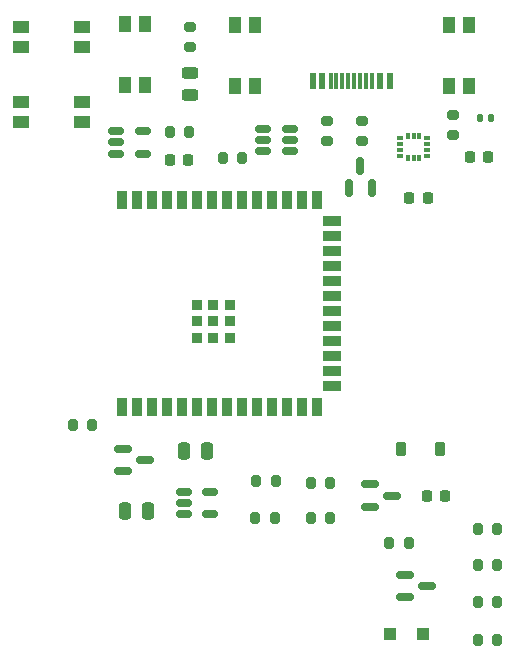
<source format=gbr>
%TF.GenerationSoftware,KiCad,Pcbnew,9.0.1*%
%TF.CreationDate,2025-05-18T16:35:05-05:00*%
%TF.ProjectId,OM-60-Rigid-PCB,4f4d2d36-302d-4526-9967-69642d504342,rev?*%
%TF.SameCoordinates,Original*%
%TF.FileFunction,Paste,Top*%
%TF.FilePolarity,Positive*%
%FSLAX46Y46*%
G04 Gerber Fmt 4.6, Leading zero omitted, Abs format (unit mm)*
G04 Created by KiCad (PCBNEW 9.0.1) date 2025-05-18 16:35:05*
%MOMM*%
%LPD*%
G01*
G04 APERTURE LIST*
G04 Aperture macros list*
%AMRoundRect*
0 Rectangle with rounded corners*
0 $1 Rounding radius*
0 $2 $3 $4 $5 $6 $7 $8 $9 X,Y pos of 4 corners*
0 Add a 4 corners polygon primitive as box body*
4,1,4,$2,$3,$4,$5,$6,$7,$8,$9,$2,$3,0*
0 Add four circle primitives for the rounded corners*
1,1,$1+$1,$2,$3*
1,1,$1+$1,$4,$5*
1,1,$1+$1,$6,$7*
1,1,$1+$1,$8,$9*
0 Add four rect primitives between the rounded corners*
20,1,$1+$1,$2,$3,$4,$5,0*
20,1,$1+$1,$4,$5,$6,$7,0*
20,1,$1+$1,$6,$7,$8,$9,0*
20,1,$1+$1,$8,$9,$2,$3,0*%
G04 Aperture macros list end*
%ADD10R,0.600000X0.300000*%
%ADD11R,0.300000X0.600000*%
%ADD12RoundRect,0.200000X-0.200000X-0.275000X0.200000X-0.275000X0.200000X0.275000X-0.200000X0.275000X0*%
%ADD13R,1.450000X1.000000*%
%ADD14R,1.000000X1.450000*%
%ADD15RoundRect,0.150000X-0.512500X-0.150000X0.512500X-0.150000X0.512500X0.150000X-0.512500X0.150000X0*%
%ADD16RoundRect,0.200000X0.275000X-0.200000X0.275000X0.200000X-0.275000X0.200000X-0.275000X-0.200000X0*%
%ADD17RoundRect,0.200000X-0.275000X0.200000X-0.275000X-0.200000X0.275000X-0.200000X0.275000X0.200000X0*%
%ADD18RoundRect,0.150000X0.150000X-0.587500X0.150000X0.587500X-0.150000X0.587500X-0.150000X-0.587500X0*%
%ADD19RoundRect,0.150000X-0.587500X-0.150000X0.587500X-0.150000X0.587500X0.150000X-0.587500X0.150000X0*%
%ADD20R,0.600000X1.450000*%
%ADD21R,0.300000X1.450000*%
%ADD22RoundRect,0.225000X-0.225000X-0.375000X0.225000X-0.375000X0.225000X0.375000X-0.225000X0.375000X0*%
%ADD23RoundRect,0.243750X0.456250X-0.243750X0.456250X0.243750X-0.456250X0.243750X-0.456250X-0.243750X0*%
%ADD24RoundRect,0.250000X-0.300000X-0.300000X0.300000X-0.300000X0.300000X0.300000X-0.300000X0.300000X0*%
%ADD25RoundRect,0.225000X-0.225000X-0.250000X0.225000X-0.250000X0.225000X0.250000X-0.225000X0.250000X0*%
%ADD26RoundRect,0.225000X0.225000X0.250000X-0.225000X0.250000X-0.225000X-0.250000X0.225000X-0.250000X0*%
%ADD27RoundRect,0.250000X0.250000X0.475000X-0.250000X0.475000X-0.250000X-0.475000X0.250000X-0.475000X0*%
%ADD28RoundRect,0.250000X-0.250000X-0.475000X0.250000X-0.475000X0.250000X0.475000X-0.250000X0.475000X0*%
%ADD29RoundRect,0.140000X-0.140000X-0.170000X0.140000X-0.170000X0.140000X0.170000X-0.140000X0.170000X0*%
%ADD30R,0.812800X1.498600*%
%ADD31R,1.498600X0.812800*%
%ADD32R,0.889000X0.889000*%
G04 APERTURE END LIST*
D10*
%TO.C,IC1*%
X147150000Y-71150000D03*
X147150000Y-71650000D03*
X147150000Y-72150000D03*
X147150000Y-72650000D03*
D11*
X147800000Y-72800000D03*
X148300000Y-72800000D03*
X148800000Y-72800000D03*
D10*
X149450000Y-72650000D03*
X149450000Y-72150000D03*
X149450000Y-71650000D03*
X149450000Y-71150000D03*
D11*
X148800000Y-71000000D03*
X148300000Y-71000000D03*
X147800000Y-71000000D03*
%TD*%
D12*
%TO.C,R16*%
X119450000Y-95400000D03*
X121100000Y-95400000D03*
%TD*%
D13*
%TO.C,SELECT1*%
X115050000Y-69800000D03*
X115050000Y-68100000D03*
X120200000Y-69800000D03*
X120200000Y-68100000D03*
%TD*%
D14*
%TO.C,SW_RST1*%
X133200000Y-61600000D03*
X134900000Y-61600000D03*
X133200000Y-66750000D03*
X134900000Y-66750000D03*
%TD*%
%TO.C,SW_PWR1*%
X123900000Y-61500000D03*
X125600000Y-61500000D03*
X123900000Y-66650000D03*
X125600000Y-66650000D03*
%TD*%
D13*
%TO.C,MENU1*%
X115050000Y-63400000D03*
X115050000Y-61700000D03*
X120200000Y-63400000D03*
X120200000Y-61700000D03*
%TD*%
D14*
%TO.C,BOOT1*%
X151300000Y-61600000D03*
X153000000Y-61600000D03*
X151300000Y-66750000D03*
X153000000Y-66750000D03*
%TD*%
D15*
%TO.C,U4*%
X123100000Y-70550000D03*
X123100000Y-71500000D03*
X123100000Y-72450000D03*
X125375000Y-72450000D03*
X125375000Y-70550000D03*
%TD*%
%TO.C,U3*%
X128825000Y-101100000D03*
X128825000Y-102050000D03*
X128825000Y-103000000D03*
X131100000Y-103000000D03*
X131100000Y-101100000D03*
%TD*%
D12*
%TO.C,R15*%
X153750000Y-113600000D03*
X155400000Y-113600000D03*
%TD*%
%TO.C,R14*%
X153750000Y-110400000D03*
X155400000Y-110400000D03*
%TD*%
%TO.C,R13*%
X153750000Y-107300000D03*
X155400000Y-107300000D03*
%TD*%
%TO.C,R12*%
X153750000Y-104200000D03*
X155400000Y-104200000D03*
%TD*%
%TO.C,R11*%
X139600000Y-103300000D03*
X141250000Y-103300000D03*
%TD*%
%TO.C,R10*%
X139600000Y-100300000D03*
X141250000Y-100300000D03*
%TD*%
%TO.C,R9*%
X146250000Y-105400000D03*
X147900000Y-105400000D03*
%TD*%
%TO.C,R8*%
X134900000Y-103300000D03*
X136550000Y-103300000D03*
%TD*%
%TO.C,R7*%
X135000000Y-100200000D03*
X136650000Y-100200000D03*
%TD*%
D16*
%TO.C,R6*%
X151600000Y-70850000D03*
X151600000Y-69200000D03*
%TD*%
D17*
%TO.C,R5*%
X129400000Y-61750000D03*
X129400000Y-63400000D03*
%TD*%
D12*
%TO.C,R4*%
X127650000Y-70600000D03*
X129300000Y-70600000D03*
%TD*%
%TO.C,R3*%
X132150000Y-72860000D03*
X133800000Y-72860000D03*
%TD*%
D17*
%TO.C,R2*%
X143900000Y-69700000D03*
X143900000Y-71350000D03*
%TD*%
%TO.C,R1*%
X141000000Y-69700000D03*
X141000000Y-71350000D03*
%TD*%
D18*
%TO.C,Q3*%
X142850000Y-75375000D03*
X144750000Y-75375000D03*
X143800000Y-73500000D03*
%TD*%
D19*
%TO.C,Q2*%
X147600000Y-108100000D03*
X147600000Y-110000000D03*
X149475000Y-109050000D03*
%TD*%
%TO.C,Q1*%
X144625000Y-100450000D03*
X144625000Y-102350000D03*
X146500000Y-101400000D03*
%TD*%
D15*
%TO.C,MAX1*%
X135525000Y-70350000D03*
X135525000Y-71300000D03*
X135525000Y-72250000D03*
X137800000Y-72250000D03*
X137800000Y-71300000D03*
X137800000Y-70350000D03*
%TD*%
D20*
%TO.C,J4*%
X146270000Y-66295000D03*
X145470000Y-66295000D03*
D21*
X144270000Y-66295000D03*
X143270000Y-66295000D03*
X142770000Y-66295000D03*
X141770000Y-66295000D03*
D20*
X140570000Y-66295000D03*
X139770000Y-66295000D03*
X139770000Y-66295000D03*
X140570000Y-66295000D03*
D21*
X141270000Y-66295000D03*
X142270000Y-66295000D03*
X143770000Y-66295000D03*
X144770000Y-66295000D03*
D20*
X145470000Y-66295000D03*
X146270000Y-66295000D03*
%TD*%
D22*
%TO.C,D4*%
X147200000Y-97500000D03*
X150500000Y-97500000D03*
%TD*%
D19*
%TO.C,D3*%
X123725000Y-97450000D03*
X123725000Y-99350000D03*
X125600000Y-98400000D03*
%TD*%
D23*
%TO.C,D2*%
X129400000Y-67500000D03*
X129400000Y-65625000D03*
%TD*%
D24*
%TO.C,D1*%
X146300000Y-113100000D03*
X149100000Y-113100000D03*
%TD*%
D25*
%TO.C,C11*%
X147950000Y-76230000D03*
X149500000Y-76230000D03*
%TD*%
%TO.C,C10*%
X153050000Y-72700000D03*
X154600000Y-72700000D03*
%TD*%
%TO.C,C9*%
X149450000Y-101400000D03*
X151000000Y-101400000D03*
%TD*%
D26*
%TO.C,C8*%
X129200000Y-73000000D03*
X127650000Y-73000000D03*
%TD*%
D27*
%TO.C,C7*%
X130800000Y-97600000D03*
X128900000Y-97600000D03*
%TD*%
D28*
%TO.C,C6*%
X123900000Y-102700000D03*
X125800000Y-102700000D03*
%TD*%
D29*
%TO.C,C5*%
X153940000Y-69400000D03*
X154900000Y-69400000D03*
%TD*%
D30*
%TO.C,U2*%
X123620000Y-93900000D03*
X124890000Y-93900000D03*
X126160000Y-93900000D03*
X127430000Y-93900000D03*
X128700000Y-93900000D03*
X129970000Y-93900000D03*
X131240000Y-93900000D03*
X132510000Y-93900000D03*
X133780000Y-93900000D03*
X135050000Y-93900000D03*
X136320000Y-93900000D03*
X137590000Y-93900000D03*
X138860000Y-93900000D03*
X140130000Y-93900000D03*
D31*
X141380000Y-92135000D03*
X141380000Y-90865000D03*
X141380000Y-89595000D03*
X141380000Y-88325000D03*
X141380000Y-87055000D03*
X141380000Y-85785000D03*
X141380000Y-84515000D03*
X141380000Y-83245000D03*
X141380000Y-81975000D03*
X141380000Y-80705000D03*
X141380000Y-79435000D03*
X141380000Y-78165000D03*
D30*
X140130000Y-76400000D03*
X138860000Y-76400000D03*
X137590000Y-76400000D03*
X136320000Y-76400000D03*
X135050000Y-76400000D03*
X133780000Y-76400000D03*
X132510000Y-76400000D03*
X131240000Y-76400000D03*
X129970000Y-76400000D03*
X128700000Y-76400000D03*
X127430000Y-76400000D03*
X126160000Y-76400000D03*
X124890000Y-76400000D03*
X123620000Y-76400000D03*
D32*
X132740000Y-86650000D03*
X131340000Y-86650000D03*
X129940000Y-88050000D03*
X131340000Y-88050000D03*
X132740000Y-88050000D03*
X132740000Y-85250000D03*
X131340000Y-85250000D03*
X129940000Y-85250000D03*
X129940000Y-86650000D03*
%TD*%
M02*

</source>
